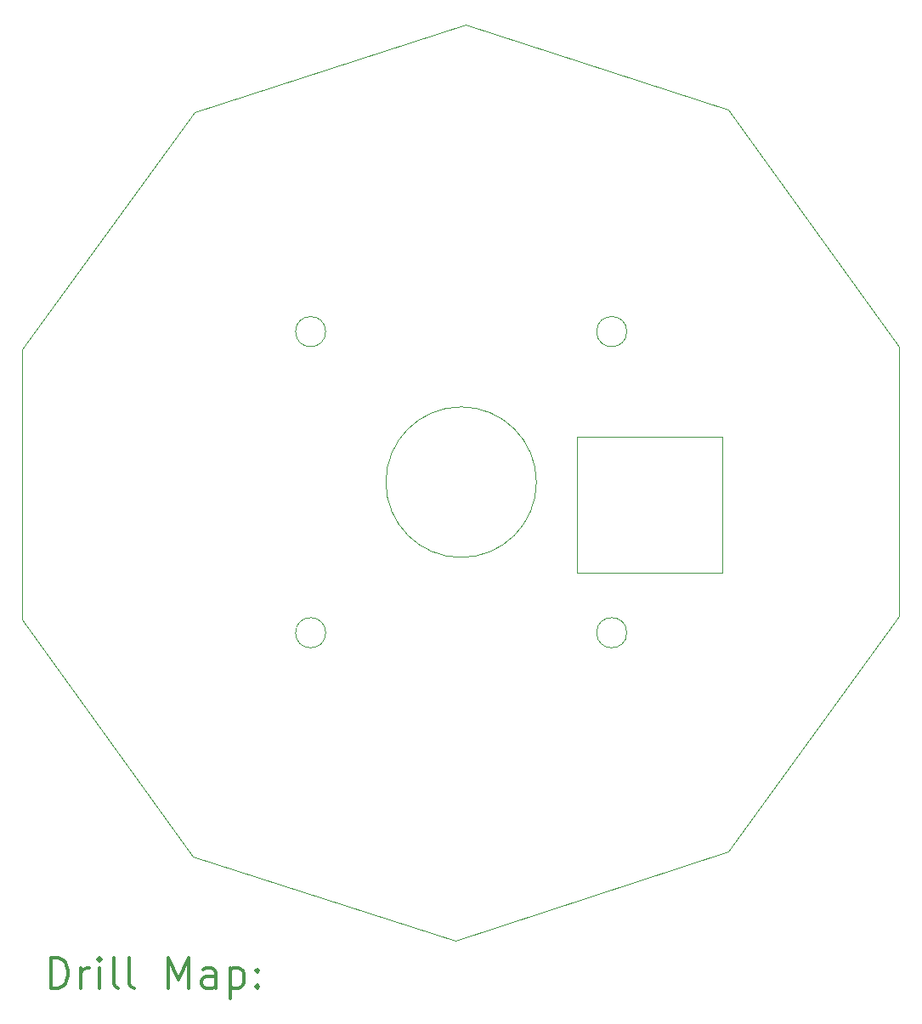
<source format=gbr>
%FSLAX45Y45*%
G04 Gerber Fmt 4.5, Leading zero omitted, Abs format (unit mm)*
G04 Created by KiCad (PCBNEW 5.1.6) date 2020-09-21 17:30:08*
%MOMM*%
%LPD*%
G01*
G04 APERTURE LIST*
%TA.AperFunction,Profile*%
%ADD10C,0.100000*%
%TD*%
%TA.AperFunction,Profile*%
%ADD11C,0.050000*%
%TD*%
%ADD12C,0.200000*%
%ADD13C,0.300000*%
G04 APERTURE END LIST*
D10*
X7048500Y-2438400D02*
X9664700Y-3289300D01*
X4343400Y-3314700D02*
X7048500Y-2438400D01*
X2628900Y-5676900D02*
X4343400Y-3314700D01*
X2628900Y-8369300D02*
X2628900Y-5676900D01*
X4330700Y-10731500D02*
X2628900Y-8369300D01*
X6946900Y-11569700D02*
X4330700Y-10731500D01*
X9664700Y-10680700D02*
X6946900Y-11569700D01*
X11366500Y-8331200D02*
X9664700Y-10680700D01*
X11366500Y-5651500D02*
X11366500Y-8331200D01*
X9664700Y-3289300D02*
X11366500Y-5651500D01*
D11*
X8150000Y-7900000D02*
X8150000Y-6550000D01*
X9600000Y-7900000D02*
X8150000Y-7900000D01*
X9600000Y-6550000D02*
X9600000Y-7900000D01*
X8150000Y-6550000D02*
X9600000Y-6550000D01*
X5650000Y-5500000D02*
G75*
G03*
X5650000Y-5500000I-150000J0D01*
G01*
X5650000Y-8500000D02*
G75*
G03*
X5650000Y-8500000I-150000J0D01*
G01*
X8650000Y-8500000D02*
G75*
G03*
X8650000Y-8500000I-150000J0D01*
G01*
X8650000Y-5500000D02*
G75*
G03*
X8650000Y-5500000I-150000J0D01*
G01*
X7750000Y-7000000D02*
G75*
G03*
X7750000Y-7000000I-750000J0D01*
G01*
D12*
D13*
X2910328Y-12040414D02*
X2910328Y-11740414D01*
X2981757Y-11740414D01*
X3024614Y-11754700D01*
X3053186Y-11783271D01*
X3067471Y-11811843D01*
X3081757Y-11868986D01*
X3081757Y-11911843D01*
X3067471Y-11968986D01*
X3053186Y-11997557D01*
X3024614Y-12026129D01*
X2981757Y-12040414D01*
X2910328Y-12040414D01*
X3210328Y-12040414D02*
X3210328Y-11840414D01*
X3210328Y-11897557D02*
X3224614Y-11868986D01*
X3238900Y-11854700D01*
X3267471Y-11840414D01*
X3296043Y-11840414D01*
X3396043Y-12040414D02*
X3396043Y-11840414D01*
X3396043Y-11740414D02*
X3381757Y-11754700D01*
X3396043Y-11768986D01*
X3410328Y-11754700D01*
X3396043Y-11740414D01*
X3396043Y-11768986D01*
X3581757Y-12040414D02*
X3553186Y-12026129D01*
X3538900Y-11997557D01*
X3538900Y-11740414D01*
X3738900Y-12040414D02*
X3710328Y-12026129D01*
X3696043Y-11997557D01*
X3696043Y-11740414D01*
X4081757Y-12040414D02*
X4081757Y-11740414D01*
X4181757Y-11954700D01*
X4281757Y-11740414D01*
X4281757Y-12040414D01*
X4553186Y-12040414D02*
X4553186Y-11883271D01*
X4538900Y-11854700D01*
X4510328Y-11840414D01*
X4453186Y-11840414D01*
X4424614Y-11854700D01*
X4553186Y-12026129D02*
X4524614Y-12040414D01*
X4453186Y-12040414D01*
X4424614Y-12026129D01*
X4410328Y-11997557D01*
X4410328Y-11968986D01*
X4424614Y-11940414D01*
X4453186Y-11926129D01*
X4524614Y-11926129D01*
X4553186Y-11911843D01*
X4696043Y-11840414D02*
X4696043Y-12140414D01*
X4696043Y-11854700D02*
X4724614Y-11840414D01*
X4781757Y-11840414D01*
X4810328Y-11854700D01*
X4824614Y-11868986D01*
X4838900Y-11897557D01*
X4838900Y-11983271D01*
X4824614Y-12011843D01*
X4810328Y-12026129D01*
X4781757Y-12040414D01*
X4724614Y-12040414D01*
X4696043Y-12026129D01*
X4967471Y-12011843D02*
X4981757Y-12026129D01*
X4967471Y-12040414D01*
X4953186Y-12026129D01*
X4967471Y-12011843D01*
X4967471Y-12040414D01*
X4967471Y-11854700D02*
X4981757Y-11868986D01*
X4967471Y-11883271D01*
X4953186Y-11868986D01*
X4967471Y-11854700D01*
X4967471Y-11883271D01*
M02*

</source>
